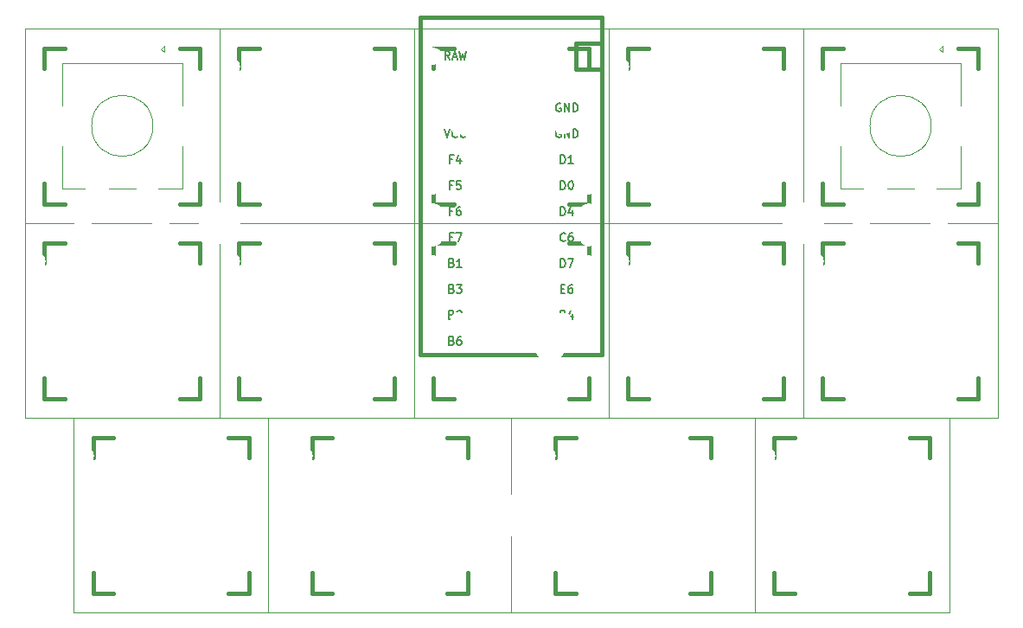
<source format=gto>
%TF.GenerationSoftware,KiCad,Pcbnew,(5.1.10)-1*%
%TF.CreationDate,2021-10-22T01:43:44-05:00*%
%TF.ProjectId,qwahtrohio,71776168-7472-46f6-9869-6f2e6b696361,rev?*%
%TF.SameCoordinates,Original*%
%TF.FileFunction,Legend,Top*%
%TF.FilePolarity,Positive*%
%FSLAX46Y46*%
G04 Gerber Fmt 4.6, Leading zero omitted, Abs format (unit mm)*
G04 Created by KiCad (PCBNEW (5.1.10)-1) date 2021-10-22 01:43:44*
%MOMM*%
%LPD*%
G01*
G04 APERTURE LIST*
%ADD10C,0.381000*%
%ADD11C,0.120000*%
%ADD12C,0.150000*%
%ADD13C,1.752600*%
%ADD14R,2.000000X2.000000*%
%ADD15C,2.000000*%
%ADD16R,2.000000X3.200000*%
%ADD17C,1.700000*%
%ADD18C,2.950000*%
%ADD19C,3.980180*%
%ADD20C,4.000000*%
%ADD21R,1.651000X1.651000*%
%ADD22C,1.651000*%
G04 APERTURE END LIST*
D10*
X161812500Y-78125000D02*
X164352500Y-78125000D01*
X161812500Y-75585000D02*
X161812500Y-78125000D01*
X146572500Y-106065000D02*
X146572500Y-73045000D01*
X164352500Y-106065000D02*
X146572500Y-106065000D01*
X164352500Y-73045000D02*
X164352500Y-106065000D01*
X146572500Y-73045000D02*
X164352500Y-73045000D01*
X161812500Y-75585000D02*
X164352500Y-75585000D01*
D11*
X120400000Y-83700000D02*
G75*
G03*
X120400000Y-83700000I-3000000J0D01*
G01*
X123300000Y-85700000D02*
X123300000Y-89800000D01*
X111500000Y-89800000D02*
X111500000Y-85700000D01*
X111500000Y-81700000D02*
X111500000Y-77600000D01*
X123300000Y-81700000D02*
X123300000Y-77600000D01*
X123300000Y-77600000D02*
X111500000Y-77600000D01*
X121200000Y-76200000D02*
X121500000Y-75900000D01*
X121500000Y-75900000D02*
X121500000Y-76500000D01*
X121500000Y-76500000D02*
X121200000Y-76200000D01*
X123300000Y-89800000D02*
X120900000Y-89800000D01*
X118700000Y-89800000D02*
X116100000Y-89800000D01*
X113900000Y-89800000D02*
X111500000Y-89800000D01*
X117900000Y-83700000D02*
X116900000Y-83700000D01*
X117400000Y-83200000D02*
X117400000Y-84200000D01*
X131687500Y-112275000D02*
X131687500Y-131325000D01*
X155500000Y-112275000D02*
X131687500Y-112275000D01*
X155500000Y-131325000D02*
X155500000Y-112275000D01*
X131687500Y-131325000D02*
X155500000Y-131325000D01*
D10*
X135973750Y-127420000D02*
X135973750Y-129420000D01*
X135973750Y-114180000D02*
X137973750Y-114180000D01*
X151213750Y-129420000D02*
X151213750Y-127420000D01*
X135973750Y-129420000D02*
X137973750Y-129420000D01*
X149213750Y-114180000D02*
X151213750Y-114180000D01*
X151213750Y-116180000D02*
X151213750Y-114180000D01*
X149213750Y-129420000D02*
X151213750Y-129420000D01*
X135973750Y-116180000D02*
X135973750Y-114180000D01*
D11*
X155500000Y-112275000D02*
X155500000Y-131325000D01*
X179312500Y-112275000D02*
X155500000Y-112275000D01*
X179312500Y-131325000D02*
X179312500Y-112275000D01*
X155500000Y-131325000D02*
X179312500Y-131325000D01*
D10*
X159786250Y-127420000D02*
X159786250Y-129420000D01*
X159786250Y-114180000D02*
X161786250Y-114180000D01*
X175026250Y-129420000D02*
X175026250Y-127420000D01*
X159786250Y-129420000D02*
X161786250Y-129420000D01*
X173026250Y-114180000D02*
X175026250Y-114180000D01*
X175026250Y-116180000D02*
X175026250Y-114180000D01*
X173026250Y-129420000D02*
X175026250Y-129420000D01*
X159786250Y-116180000D02*
X159786250Y-114180000D01*
D11*
X196600000Y-83700000D02*
G75*
G03*
X196600000Y-83700000I-3000000J0D01*
G01*
X199500000Y-85700000D02*
X199500000Y-89800000D01*
X187700000Y-89800000D02*
X187700000Y-85700000D01*
X187700000Y-81700000D02*
X187700000Y-77600000D01*
X199500000Y-81700000D02*
X199500000Y-77600000D01*
X199500000Y-77600000D02*
X187700000Y-77600000D01*
X197400000Y-76200000D02*
X197700000Y-75900000D01*
X197700000Y-75900000D02*
X197700000Y-76500000D01*
X197700000Y-76500000D02*
X197400000Y-76200000D01*
X199500000Y-89800000D02*
X197100000Y-89800000D01*
X194900000Y-89800000D02*
X192300000Y-89800000D01*
X190100000Y-89800000D02*
X187700000Y-89800000D01*
X194100000Y-83700000D02*
X193100000Y-83700000D01*
X193600000Y-83200000D02*
X193600000Y-84200000D01*
X184075000Y-74175000D02*
X184075000Y-93225000D01*
X203125000Y-74175000D02*
X184075000Y-74175000D01*
X203125000Y-93225000D02*
X203125000Y-74175000D01*
X184075000Y-93225000D02*
X203125000Y-93225000D01*
D10*
X185980000Y-89320000D02*
X185980000Y-91320000D01*
X185980000Y-76080000D02*
X187980000Y-76080000D01*
X201220000Y-91320000D02*
X201220000Y-89320000D01*
X185980000Y-91320000D02*
X187980000Y-91320000D01*
X199220000Y-76080000D02*
X201220000Y-76080000D01*
X201220000Y-78080000D02*
X201220000Y-76080000D01*
X199220000Y-91320000D02*
X201220000Y-91320000D01*
X185980000Y-78080000D02*
X185980000Y-76080000D01*
D11*
X179312500Y-112275000D02*
X179312500Y-131325000D01*
X198362500Y-112275000D02*
X179312500Y-112275000D01*
X198362500Y-131325000D02*
X198362500Y-112275000D01*
X179312500Y-131325000D02*
X198362500Y-131325000D01*
D10*
X181217500Y-127420000D02*
X181217500Y-129420000D01*
X181217500Y-114180000D02*
X183217500Y-114180000D01*
X196457500Y-129420000D02*
X196457500Y-127420000D01*
X181217500Y-129420000D02*
X183217500Y-129420000D01*
X194457500Y-114180000D02*
X196457500Y-114180000D01*
X196457500Y-116180000D02*
X196457500Y-114180000D01*
X194457500Y-129420000D02*
X196457500Y-129420000D01*
X181217500Y-116180000D02*
X181217500Y-114180000D01*
D11*
X184075000Y-93225000D02*
X184075000Y-112275000D01*
X203125000Y-93225000D02*
X184075000Y-93225000D01*
X203125000Y-112275000D02*
X203125000Y-93225000D01*
X184075000Y-112275000D02*
X203125000Y-112275000D01*
D10*
X185980000Y-108370000D02*
X185980000Y-110370000D01*
X185980000Y-95130000D02*
X187980000Y-95130000D01*
X201220000Y-110370000D02*
X201220000Y-108370000D01*
X185980000Y-110370000D02*
X187980000Y-110370000D01*
X199220000Y-95130000D02*
X201220000Y-95130000D01*
X201220000Y-97130000D02*
X201220000Y-95130000D01*
X199220000Y-110370000D02*
X201220000Y-110370000D01*
X185980000Y-97130000D02*
X185980000Y-95130000D01*
D11*
X165025000Y-93225000D02*
X165025000Y-112275000D01*
X184075000Y-93225000D02*
X165025000Y-93225000D01*
X184075000Y-112275000D02*
X184075000Y-93225000D01*
X165025000Y-112275000D02*
X184075000Y-112275000D01*
D10*
X166930000Y-108370000D02*
X166930000Y-110370000D01*
X166930000Y-95130000D02*
X168930000Y-95130000D01*
X182170000Y-110370000D02*
X182170000Y-108370000D01*
X166930000Y-110370000D02*
X168930000Y-110370000D01*
X180170000Y-95130000D02*
X182170000Y-95130000D01*
X182170000Y-97130000D02*
X182170000Y-95130000D01*
X180170000Y-110370000D02*
X182170000Y-110370000D01*
X166930000Y-97130000D02*
X166930000Y-95130000D01*
D11*
X165025000Y-74175000D02*
X165025000Y-93225000D01*
X184075000Y-74175000D02*
X165025000Y-74175000D01*
X184075000Y-93225000D02*
X184075000Y-74175000D01*
X165025000Y-93225000D02*
X184075000Y-93225000D01*
D10*
X166930000Y-89320000D02*
X166930000Y-91320000D01*
X166930000Y-76080000D02*
X168930000Y-76080000D01*
X182170000Y-91320000D02*
X182170000Y-89320000D01*
X166930000Y-91320000D02*
X168930000Y-91320000D01*
X180170000Y-76080000D02*
X182170000Y-76080000D01*
X182170000Y-78080000D02*
X182170000Y-76080000D01*
X180170000Y-91320000D02*
X182170000Y-91320000D01*
X166930000Y-78080000D02*
X166930000Y-76080000D01*
D11*
X145975000Y-93225000D02*
X145975000Y-112275000D01*
X165025000Y-93225000D02*
X145975000Y-93225000D01*
X165025000Y-112275000D02*
X165025000Y-93225000D01*
X145975000Y-112275000D02*
X165025000Y-112275000D01*
D10*
X147880000Y-108370000D02*
X147880000Y-110370000D01*
X147880000Y-95130000D02*
X149880000Y-95130000D01*
X163120000Y-110370000D02*
X163120000Y-108370000D01*
X147880000Y-110370000D02*
X149880000Y-110370000D01*
X161120000Y-95130000D02*
X163120000Y-95130000D01*
X163120000Y-97130000D02*
X163120000Y-95130000D01*
X161120000Y-110370000D02*
X163120000Y-110370000D01*
X147880000Y-97130000D02*
X147880000Y-95130000D01*
D11*
X165025000Y-93225000D02*
X165025000Y-74175000D01*
X145975000Y-93225000D02*
X165025000Y-93225000D01*
X145975000Y-74175000D02*
X145975000Y-93225000D01*
X165025000Y-74175000D02*
X145975000Y-74175000D01*
D10*
X163120000Y-78080000D02*
X163120000Y-76080000D01*
X163120000Y-91320000D02*
X161120000Y-91320000D01*
X147880000Y-76080000D02*
X147880000Y-78080000D01*
X163120000Y-76080000D02*
X161120000Y-76080000D01*
X149880000Y-91320000D02*
X147880000Y-91320000D01*
X147880000Y-89320000D02*
X147880000Y-91320000D01*
X149880000Y-76080000D02*
X147880000Y-76080000D01*
X163120000Y-89320000D02*
X163120000Y-91320000D01*
D11*
X126925000Y-93225000D02*
X126925000Y-112275000D01*
X145975000Y-93225000D02*
X126925000Y-93225000D01*
X145975000Y-112275000D02*
X145975000Y-93225000D01*
X126925000Y-112275000D02*
X145975000Y-112275000D01*
D10*
X128830000Y-108370000D02*
X128830000Y-110370000D01*
X128830000Y-95130000D02*
X130830000Y-95130000D01*
X144070000Y-110370000D02*
X144070000Y-108370000D01*
X128830000Y-110370000D02*
X130830000Y-110370000D01*
X142070000Y-95130000D02*
X144070000Y-95130000D01*
X144070000Y-97130000D02*
X144070000Y-95130000D01*
X142070000Y-110370000D02*
X144070000Y-110370000D01*
X128830000Y-97130000D02*
X128830000Y-95130000D01*
D11*
X126925000Y-74175000D02*
X126925000Y-93225000D01*
X145975000Y-74175000D02*
X126925000Y-74175000D01*
X145975000Y-93225000D02*
X145975000Y-74175000D01*
X126925000Y-93225000D02*
X145975000Y-93225000D01*
D10*
X128830000Y-89320000D02*
X128830000Y-91320000D01*
X128830000Y-76080000D02*
X130830000Y-76080000D01*
X144070000Y-91320000D02*
X144070000Y-89320000D01*
X128830000Y-91320000D02*
X130830000Y-91320000D01*
X142070000Y-76080000D02*
X144070000Y-76080000D01*
X144070000Y-78080000D02*
X144070000Y-76080000D01*
X142070000Y-91320000D02*
X144070000Y-91320000D01*
X128830000Y-78080000D02*
X128830000Y-76080000D01*
D11*
X112637500Y-112275000D02*
X112637500Y-131325000D01*
X131687500Y-112275000D02*
X112637500Y-112275000D01*
X131687500Y-131325000D02*
X131687500Y-112275000D01*
X112637500Y-131325000D02*
X131687500Y-131325000D01*
D10*
X114542500Y-127420000D02*
X114542500Y-129420000D01*
X114542500Y-114180000D02*
X116542500Y-114180000D01*
X129782500Y-129420000D02*
X129782500Y-127420000D01*
X114542500Y-129420000D02*
X116542500Y-129420000D01*
X127782500Y-114180000D02*
X129782500Y-114180000D01*
X129782500Y-116180000D02*
X129782500Y-114180000D01*
X127782500Y-129420000D02*
X129782500Y-129420000D01*
X114542500Y-116180000D02*
X114542500Y-114180000D01*
D11*
X107875000Y-93225000D02*
X107875000Y-112275000D01*
X126925000Y-93225000D02*
X107875000Y-93225000D01*
X126925000Y-112275000D02*
X126925000Y-93225000D01*
X107875000Y-112275000D02*
X126925000Y-112275000D01*
D10*
X109780000Y-108370000D02*
X109780000Y-110370000D01*
X109780000Y-95130000D02*
X111780000Y-95130000D01*
X125020000Y-110370000D02*
X125020000Y-108370000D01*
X109780000Y-110370000D02*
X111780000Y-110370000D01*
X123020000Y-95130000D02*
X125020000Y-95130000D01*
X125020000Y-97130000D02*
X125020000Y-95130000D01*
X123020000Y-110370000D02*
X125020000Y-110370000D01*
X109780000Y-97130000D02*
X109780000Y-95130000D01*
D11*
X107875000Y-74175000D02*
X107875000Y-93225000D01*
X126925000Y-74175000D02*
X107875000Y-74175000D01*
X126925000Y-93225000D02*
X126925000Y-74175000D01*
X107875000Y-93225000D02*
X126925000Y-93225000D01*
D10*
X109780000Y-89320000D02*
X109780000Y-91320000D01*
X109780000Y-76080000D02*
X111780000Y-76080000D01*
X125020000Y-91320000D02*
X125020000Y-89320000D01*
X109780000Y-91320000D02*
X111780000Y-91320000D01*
X123020000Y-76080000D02*
X125020000Y-76080000D01*
X125020000Y-78080000D02*
X125020000Y-76080000D01*
X123020000Y-91320000D02*
X125020000Y-91320000D01*
X109780000Y-78080000D02*
X109780000Y-76080000D01*
D12*
X160333023Y-89916904D02*
X160333023Y-89116904D01*
X160523500Y-89116904D01*
X160637785Y-89155000D01*
X160713976Y-89231190D01*
X160752071Y-89307380D01*
X160790166Y-89459761D01*
X160790166Y-89574047D01*
X160752071Y-89726428D01*
X160713976Y-89802619D01*
X160637785Y-89878809D01*
X160523500Y-89916904D01*
X160333023Y-89916904D01*
X161285404Y-89116904D02*
X161361595Y-89116904D01*
X161437785Y-89155000D01*
X161475880Y-89193095D01*
X161513976Y-89269285D01*
X161552071Y-89421666D01*
X161552071Y-89612142D01*
X161513976Y-89764523D01*
X161475880Y-89840714D01*
X161437785Y-89878809D01*
X161361595Y-89916904D01*
X161285404Y-89916904D01*
X161209214Y-89878809D01*
X161171119Y-89840714D01*
X161133023Y-89764523D01*
X161094928Y-89612142D01*
X161094928Y-89421666D01*
X161133023Y-89269285D01*
X161171119Y-89193095D01*
X161209214Y-89155000D01*
X161285404Y-89116904D01*
X160333023Y-87376904D02*
X160333023Y-86576904D01*
X160523500Y-86576904D01*
X160637785Y-86615000D01*
X160713976Y-86691190D01*
X160752071Y-86767380D01*
X160790166Y-86919761D01*
X160790166Y-87034047D01*
X160752071Y-87186428D01*
X160713976Y-87262619D01*
X160637785Y-87338809D01*
X160523500Y-87376904D01*
X160333023Y-87376904D01*
X161552071Y-87376904D02*
X161094928Y-87376904D01*
X161323500Y-87376904D02*
X161323500Y-86576904D01*
X161247309Y-86691190D01*
X161171119Y-86767380D01*
X161094928Y-86805476D01*
X160313976Y-84075000D02*
X160237785Y-84036904D01*
X160123500Y-84036904D01*
X160009214Y-84075000D01*
X159933023Y-84151190D01*
X159894928Y-84227380D01*
X159856833Y-84379761D01*
X159856833Y-84494047D01*
X159894928Y-84646428D01*
X159933023Y-84722619D01*
X160009214Y-84798809D01*
X160123500Y-84836904D01*
X160199690Y-84836904D01*
X160313976Y-84798809D01*
X160352071Y-84760714D01*
X160352071Y-84494047D01*
X160199690Y-84494047D01*
X160694928Y-84836904D02*
X160694928Y-84036904D01*
X161152071Y-84836904D01*
X161152071Y-84036904D01*
X161533023Y-84836904D02*
X161533023Y-84036904D01*
X161723500Y-84036904D01*
X161837785Y-84075000D01*
X161913976Y-84151190D01*
X161952071Y-84227380D01*
X161990166Y-84379761D01*
X161990166Y-84494047D01*
X161952071Y-84646428D01*
X161913976Y-84722619D01*
X161837785Y-84798809D01*
X161723500Y-84836904D01*
X161533023Y-84836904D01*
X160313976Y-81535000D02*
X160237785Y-81496904D01*
X160123500Y-81496904D01*
X160009214Y-81535000D01*
X159933023Y-81611190D01*
X159894928Y-81687380D01*
X159856833Y-81839761D01*
X159856833Y-81954047D01*
X159894928Y-82106428D01*
X159933023Y-82182619D01*
X160009214Y-82258809D01*
X160123500Y-82296904D01*
X160199690Y-82296904D01*
X160313976Y-82258809D01*
X160352071Y-82220714D01*
X160352071Y-81954047D01*
X160199690Y-81954047D01*
X160694928Y-82296904D02*
X160694928Y-81496904D01*
X161152071Y-82296904D01*
X161152071Y-81496904D01*
X161533023Y-82296904D02*
X161533023Y-81496904D01*
X161723500Y-81496904D01*
X161837785Y-81535000D01*
X161913976Y-81611190D01*
X161952071Y-81687380D01*
X161990166Y-81839761D01*
X161990166Y-81954047D01*
X161952071Y-82106428D01*
X161913976Y-82182619D01*
X161837785Y-82258809D01*
X161723500Y-82296904D01*
X161533023Y-82296904D01*
X160333023Y-92456904D02*
X160333023Y-91656904D01*
X160523500Y-91656904D01*
X160637785Y-91695000D01*
X160713976Y-91771190D01*
X160752071Y-91847380D01*
X160790166Y-91999761D01*
X160790166Y-92114047D01*
X160752071Y-92266428D01*
X160713976Y-92342619D01*
X160637785Y-92418809D01*
X160523500Y-92456904D01*
X160333023Y-92456904D01*
X161475880Y-91923571D02*
X161475880Y-92456904D01*
X161285404Y-91618809D02*
X161094928Y-92190238D01*
X161590166Y-92190238D01*
X160790166Y-94920714D02*
X160752071Y-94958809D01*
X160637785Y-94996904D01*
X160561595Y-94996904D01*
X160447309Y-94958809D01*
X160371119Y-94882619D01*
X160333023Y-94806428D01*
X160294928Y-94654047D01*
X160294928Y-94539761D01*
X160333023Y-94387380D01*
X160371119Y-94311190D01*
X160447309Y-94235000D01*
X160561595Y-94196904D01*
X160637785Y-94196904D01*
X160752071Y-94235000D01*
X160790166Y-94273095D01*
X161475880Y-94196904D02*
X161323500Y-94196904D01*
X161247309Y-94235000D01*
X161209214Y-94273095D01*
X161133023Y-94387380D01*
X161094928Y-94539761D01*
X161094928Y-94844523D01*
X161133023Y-94920714D01*
X161171119Y-94958809D01*
X161247309Y-94996904D01*
X161399690Y-94996904D01*
X161475880Y-94958809D01*
X161513976Y-94920714D01*
X161552071Y-94844523D01*
X161552071Y-94654047D01*
X161513976Y-94577857D01*
X161475880Y-94539761D01*
X161399690Y-94501666D01*
X161247309Y-94501666D01*
X161171119Y-94539761D01*
X161133023Y-94577857D01*
X161094928Y-94654047D01*
X160333023Y-97536904D02*
X160333023Y-96736904D01*
X160523500Y-96736904D01*
X160637785Y-96775000D01*
X160713976Y-96851190D01*
X160752071Y-96927380D01*
X160790166Y-97079761D01*
X160790166Y-97194047D01*
X160752071Y-97346428D01*
X160713976Y-97422619D01*
X160637785Y-97498809D01*
X160523500Y-97536904D01*
X160333023Y-97536904D01*
X161056833Y-96736904D02*
X161590166Y-96736904D01*
X161247309Y-97536904D01*
X160371119Y-99657857D02*
X160637785Y-99657857D01*
X160752071Y-100076904D02*
X160371119Y-100076904D01*
X160371119Y-99276904D01*
X160752071Y-99276904D01*
X161437785Y-99276904D02*
X161285404Y-99276904D01*
X161209214Y-99315000D01*
X161171119Y-99353095D01*
X161094928Y-99467380D01*
X161056833Y-99619761D01*
X161056833Y-99924523D01*
X161094928Y-100000714D01*
X161133023Y-100038809D01*
X161209214Y-100076904D01*
X161361595Y-100076904D01*
X161437785Y-100038809D01*
X161475880Y-100000714D01*
X161513976Y-99924523D01*
X161513976Y-99734047D01*
X161475880Y-99657857D01*
X161437785Y-99619761D01*
X161361595Y-99581666D01*
X161209214Y-99581666D01*
X161133023Y-99619761D01*
X161094928Y-99657857D01*
X161056833Y-99734047D01*
X160599690Y-102197857D02*
X160713976Y-102235952D01*
X160752071Y-102274047D01*
X160790166Y-102350238D01*
X160790166Y-102464523D01*
X160752071Y-102540714D01*
X160713976Y-102578809D01*
X160637785Y-102616904D01*
X160333023Y-102616904D01*
X160333023Y-101816904D01*
X160599690Y-101816904D01*
X160675880Y-101855000D01*
X160713976Y-101893095D01*
X160752071Y-101969285D01*
X160752071Y-102045476D01*
X160713976Y-102121666D01*
X160675880Y-102159761D01*
X160599690Y-102197857D01*
X160333023Y-102197857D01*
X161475880Y-102083571D02*
X161475880Y-102616904D01*
X161285404Y-101778809D02*
X161094928Y-102350238D01*
X161590166Y-102350238D01*
X149677690Y-104737857D02*
X149791976Y-104775952D01*
X149830071Y-104814047D01*
X149868166Y-104890238D01*
X149868166Y-105004523D01*
X149830071Y-105080714D01*
X149791976Y-105118809D01*
X149715785Y-105156904D01*
X149411023Y-105156904D01*
X149411023Y-104356904D01*
X149677690Y-104356904D01*
X149753880Y-104395000D01*
X149791976Y-104433095D01*
X149830071Y-104509285D01*
X149830071Y-104585476D01*
X149791976Y-104661666D01*
X149753880Y-104699761D01*
X149677690Y-104737857D01*
X149411023Y-104737857D01*
X150553880Y-104356904D02*
X150401500Y-104356904D01*
X150325309Y-104395000D01*
X150287214Y-104433095D01*
X150211023Y-104547380D01*
X150172928Y-104699761D01*
X150172928Y-105004523D01*
X150211023Y-105080714D01*
X150249119Y-105118809D01*
X150325309Y-105156904D01*
X150477690Y-105156904D01*
X150553880Y-105118809D01*
X150591976Y-105080714D01*
X150630071Y-105004523D01*
X150630071Y-104814047D01*
X150591976Y-104737857D01*
X150553880Y-104699761D01*
X150477690Y-104661666D01*
X150325309Y-104661666D01*
X150249119Y-104699761D01*
X150211023Y-104737857D01*
X150172928Y-104814047D01*
X149677690Y-99657857D02*
X149791976Y-99695952D01*
X149830071Y-99734047D01*
X149868166Y-99810238D01*
X149868166Y-99924523D01*
X149830071Y-100000714D01*
X149791976Y-100038809D01*
X149715785Y-100076904D01*
X149411023Y-100076904D01*
X149411023Y-99276904D01*
X149677690Y-99276904D01*
X149753880Y-99315000D01*
X149791976Y-99353095D01*
X149830071Y-99429285D01*
X149830071Y-99505476D01*
X149791976Y-99581666D01*
X149753880Y-99619761D01*
X149677690Y-99657857D01*
X149411023Y-99657857D01*
X150134833Y-99276904D02*
X150630071Y-99276904D01*
X150363404Y-99581666D01*
X150477690Y-99581666D01*
X150553880Y-99619761D01*
X150591976Y-99657857D01*
X150630071Y-99734047D01*
X150630071Y-99924523D01*
X150591976Y-100000714D01*
X150553880Y-100038809D01*
X150477690Y-100076904D01*
X150249119Y-100076904D01*
X150172928Y-100038809D01*
X150134833Y-100000714D01*
X149677690Y-97117857D02*
X149791976Y-97155952D01*
X149830071Y-97194047D01*
X149868166Y-97270238D01*
X149868166Y-97384523D01*
X149830071Y-97460714D01*
X149791976Y-97498809D01*
X149715785Y-97536904D01*
X149411023Y-97536904D01*
X149411023Y-96736904D01*
X149677690Y-96736904D01*
X149753880Y-96775000D01*
X149791976Y-96813095D01*
X149830071Y-96889285D01*
X149830071Y-96965476D01*
X149791976Y-97041666D01*
X149753880Y-97079761D01*
X149677690Y-97117857D01*
X149411023Y-97117857D01*
X150630071Y-97536904D02*
X150172928Y-97536904D01*
X150401500Y-97536904D02*
X150401500Y-96736904D01*
X150325309Y-96851190D01*
X150249119Y-96927380D01*
X150172928Y-96965476D01*
X149734833Y-86957857D02*
X149468166Y-86957857D01*
X149468166Y-87376904D02*
X149468166Y-86576904D01*
X149849119Y-86576904D01*
X150496738Y-86843571D02*
X150496738Y-87376904D01*
X150306261Y-86538809D02*
X150115785Y-87110238D01*
X150611023Y-87110238D01*
X148934833Y-84036904D02*
X149201500Y-84836904D01*
X149468166Y-84036904D01*
X150191976Y-84760714D02*
X150153880Y-84798809D01*
X150039595Y-84836904D01*
X149963404Y-84836904D01*
X149849119Y-84798809D01*
X149772928Y-84722619D01*
X149734833Y-84646428D01*
X149696738Y-84494047D01*
X149696738Y-84379761D01*
X149734833Y-84227380D01*
X149772928Y-84151190D01*
X149849119Y-84075000D01*
X149963404Y-84036904D01*
X150039595Y-84036904D01*
X150153880Y-84075000D01*
X150191976Y-84113095D01*
X150991976Y-84760714D02*
X150953880Y-84798809D01*
X150839595Y-84836904D01*
X150763404Y-84836904D01*
X150649119Y-84798809D01*
X150572928Y-84722619D01*
X150534833Y-84646428D01*
X150496738Y-84494047D01*
X150496738Y-84379761D01*
X150534833Y-84227380D01*
X150572928Y-84151190D01*
X150649119Y-84075000D01*
X150763404Y-84036904D01*
X150839595Y-84036904D01*
X150953880Y-84075000D01*
X150991976Y-84113095D01*
X149449119Y-77216904D02*
X149182452Y-76835952D01*
X148991976Y-77216904D02*
X148991976Y-76416904D01*
X149296738Y-76416904D01*
X149372928Y-76455000D01*
X149411023Y-76493095D01*
X149449119Y-76569285D01*
X149449119Y-76683571D01*
X149411023Y-76759761D01*
X149372928Y-76797857D01*
X149296738Y-76835952D01*
X148991976Y-76835952D01*
X149753880Y-76988333D02*
X150134833Y-76988333D01*
X149677690Y-77216904D02*
X149944357Y-76416904D01*
X150211023Y-77216904D01*
X150401500Y-76416904D02*
X150591976Y-77216904D01*
X150744357Y-76645476D01*
X150896738Y-77216904D01*
X151087214Y-76416904D01*
X149734833Y-89497857D02*
X149468166Y-89497857D01*
X149468166Y-89916904D02*
X149468166Y-89116904D01*
X149849119Y-89116904D01*
X150534833Y-89116904D02*
X150153880Y-89116904D01*
X150115785Y-89497857D01*
X150153880Y-89459761D01*
X150230071Y-89421666D01*
X150420547Y-89421666D01*
X150496738Y-89459761D01*
X150534833Y-89497857D01*
X150572928Y-89574047D01*
X150572928Y-89764523D01*
X150534833Y-89840714D01*
X150496738Y-89878809D01*
X150420547Y-89916904D01*
X150230071Y-89916904D01*
X150153880Y-89878809D01*
X150115785Y-89840714D01*
X149734833Y-92037857D02*
X149468166Y-92037857D01*
X149468166Y-92456904D02*
X149468166Y-91656904D01*
X149849119Y-91656904D01*
X150496738Y-91656904D02*
X150344357Y-91656904D01*
X150268166Y-91695000D01*
X150230071Y-91733095D01*
X150153880Y-91847380D01*
X150115785Y-91999761D01*
X150115785Y-92304523D01*
X150153880Y-92380714D01*
X150191976Y-92418809D01*
X150268166Y-92456904D01*
X150420547Y-92456904D01*
X150496738Y-92418809D01*
X150534833Y-92380714D01*
X150572928Y-92304523D01*
X150572928Y-92114047D01*
X150534833Y-92037857D01*
X150496738Y-91999761D01*
X150420547Y-91961666D01*
X150268166Y-91961666D01*
X150191976Y-91999761D01*
X150153880Y-92037857D01*
X150115785Y-92114047D01*
X149734833Y-94577857D02*
X149468166Y-94577857D01*
X149468166Y-94996904D02*
X149468166Y-94196904D01*
X149849119Y-94196904D01*
X150077690Y-94196904D02*
X150611023Y-94196904D01*
X150268166Y-94996904D01*
X149677690Y-102197857D02*
X149791976Y-102235952D01*
X149830071Y-102274047D01*
X149868166Y-102350238D01*
X149868166Y-102464523D01*
X149830071Y-102540714D01*
X149791976Y-102578809D01*
X149715785Y-102616904D01*
X149411023Y-102616904D01*
X149411023Y-101816904D01*
X149677690Y-101816904D01*
X149753880Y-101855000D01*
X149791976Y-101893095D01*
X149830071Y-101969285D01*
X149830071Y-102045476D01*
X149791976Y-102121666D01*
X149753880Y-102159761D01*
X149677690Y-102197857D01*
X149411023Y-102197857D01*
X150172928Y-101893095D02*
X150211023Y-101855000D01*
X150287214Y-101816904D01*
X150477690Y-101816904D01*
X150553880Y-101855000D01*
X150591976Y-101893095D01*
X150630071Y-101969285D01*
X150630071Y-102045476D01*
X150591976Y-102159761D01*
X150134833Y-102616904D01*
X150630071Y-102616904D01*
%LPC*%
D13*
X163082500Y-81935000D03*
X163082500Y-84475000D03*
X163082500Y-87015000D03*
X163082500Y-89555000D03*
X163082500Y-92095000D03*
X163082500Y-94635000D03*
X163082500Y-97175000D03*
X163082500Y-99715000D03*
X163082500Y-102255000D03*
X147842500Y-104795000D03*
X147842500Y-102255000D03*
X147842500Y-99715000D03*
X147842500Y-97175000D03*
X147842500Y-94635000D03*
X147842500Y-92095000D03*
X147842500Y-89555000D03*
X147842500Y-87015000D03*
X147842500Y-84475000D03*
X147842500Y-76855000D03*
D14*
X119900000Y-76200000D03*
D15*
X117400000Y-76200000D03*
X114900000Y-76200000D03*
D16*
X123000000Y-83700000D03*
X111800000Y-83700000D03*
D15*
X119900000Y-90700000D03*
X114900000Y-90700000D03*
D17*
X148673750Y-121800000D03*
X138513750Y-121800000D03*
D18*
X147403750Y-124340000D03*
X141053750Y-126880000D03*
D19*
X143593750Y-121800000D03*
D17*
X172486250Y-121800000D03*
X162326250Y-121800000D03*
D18*
X171216250Y-124340000D03*
X164866250Y-126880000D03*
D19*
X167406250Y-121800000D03*
D14*
X196100000Y-76200000D03*
D15*
X193600000Y-76200000D03*
X191100000Y-76200000D03*
D16*
X199200000Y-83700000D03*
X188000000Y-83700000D03*
D15*
X196100000Y-90700000D03*
X191100000Y-90700000D03*
D19*
X193600000Y-83700000D03*
D18*
X191060000Y-88780000D03*
X197410000Y-86240000D03*
D17*
X188520000Y-83700000D03*
X198680000Y-83700000D03*
D19*
X188837500Y-121800000D03*
D18*
X186297500Y-126880000D03*
X192647500Y-124340000D03*
D17*
X183757500Y-121800000D03*
X193917500Y-121800000D03*
D19*
X193600000Y-102750000D03*
D18*
X191060000Y-107830000D03*
X197410000Y-105290000D03*
D17*
X188520000Y-102750000D03*
X198680000Y-102750000D03*
D19*
X174550000Y-102750000D03*
D18*
X172010000Y-107830000D03*
X178360000Y-105290000D03*
D17*
X169470000Y-102750000D03*
X179630000Y-102750000D03*
D19*
X174550000Y-83700000D03*
D18*
X172010000Y-88780000D03*
X178360000Y-86240000D03*
D17*
X169470000Y-83700000D03*
X179630000Y-83700000D03*
D19*
X155500000Y-102750000D03*
D18*
X152960000Y-107830000D03*
X159310000Y-105290000D03*
D17*
X150420000Y-102750000D03*
X160580000Y-102750000D03*
D19*
X155500000Y-83700000D03*
D18*
X158040000Y-78620000D03*
X151690000Y-81160000D03*
D17*
X160580000Y-83700000D03*
X150420000Y-83700000D03*
D19*
X136450000Y-102750000D03*
D18*
X133910000Y-107830000D03*
X140260000Y-105290000D03*
D17*
X131370000Y-102750000D03*
X141530000Y-102750000D03*
D19*
X136450000Y-83700000D03*
D18*
X133910000Y-88780000D03*
X140260000Y-86240000D03*
D17*
X131370000Y-83700000D03*
X141530000Y-83700000D03*
D19*
X122162500Y-121800000D03*
D18*
X119622500Y-126880000D03*
X125972500Y-124340000D03*
D17*
X117082500Y-121800000D03*
X127242500Y-121800000D03*
D19*
X117400000Y-102750000D03*
D18*
X114860000Y-107830000D03*
X121210000Y-105290000D03*
D17*
X112320000Y-102750000D03*
X122480000Y-102750000D03*
D19*
X117400000Y-83700000D03*
D18*
X114860000Y-88780000D03*
X121210000Y-86240000D03*
D17*
X112320000Y-83700000D03*
X122480000Y-83700000D03*
D20*
X126925000Y-93225000D03*
X155500000Y-121800000D03*
X184075000Y-93225000D03*
D21*
X180487500Y-123610000D03*
D22*
X180487500Y-115990000D03*
D21*
X185250000Y-104560000D03*
D22*
X185250000Y-96940000D03*
D21*
X197410000Y-93225000D03*
D22*
X189790000Y-93225000D03*
D21*
X159056250Y-123610000D03*
D22*
X159056250Y-115990000D03*
D21*
X166200000Y-104560000D03*
D22*
X166200000Y-96940000D03*
D21*
X166200000Y-85510000D03*
D22*
X166200000Y-77890000D03*
D21*
X151690000Y-98225000D03*
D22*
X159310000Y-98225000D03*
D21*
X159310000Y-88225000D03*
D22*
X151690000Y-88225000D03*
D21*
X135243750Y-123610000D03*
D22*
X135243750Y-115990000D03*
D21*
X128100000Y-104560000D03*
D22*
X128100000Y-96940000D03*
D21*
X128100000Y-85510000D03*
D22*
X128100000Y-77890000D03*
D21*
X113812500Y-123610000D03*
D22*
X113812500Y-115990000D03*
D21*
X109050000Y-104560000D03*
D22*
X109050000Y-96940000D03*
D21*
X121210000Y-93225000D03*
D22*
X113590000Y-93225000D03*
M02*

</source>
